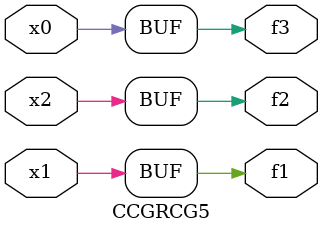
<source format=v>
module CCGRCG5(
	input x0, x1, x2,
	output f1, f2, f3
);
	assign f1 = x1;
	assign f2 = x2;
	assign f3 = x0;
endmodule

</source>
